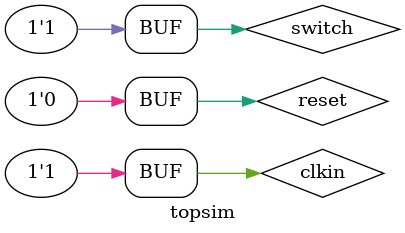
<source format=v>
`timescale 1ns / 1ps


module topsim();
// Inputs 
    reg clkin; 
    reg reset; 
    reg switch;
    wire[3:0]sm_wei;
    wire[7:0]sm_duan;
    // Instantiate the Unit Under Test (UUT) 
    top uut ( 
        .clkin(clkin), 
        .reset(reset),
        .switch(switch),
        .sm_wei(sm_wei),
        .sm_duan(sm_duan)
    ); 
    initial begin 
    // Initialize Inputs 
    clkin = 0; 
    reset = 1; 
    switch=1;
    // Wait 100 ns for global reset to finish 
    #100; 
    reset = 0; 
    end 
    parameter PERIOD = 20; 
    always begin 
        clkin = 1'b0; 
        #(PERIOD / 2) clkin = 1'b1; 
        #(PERIOD / 2) ; 
    end 
endmodule


</source>
